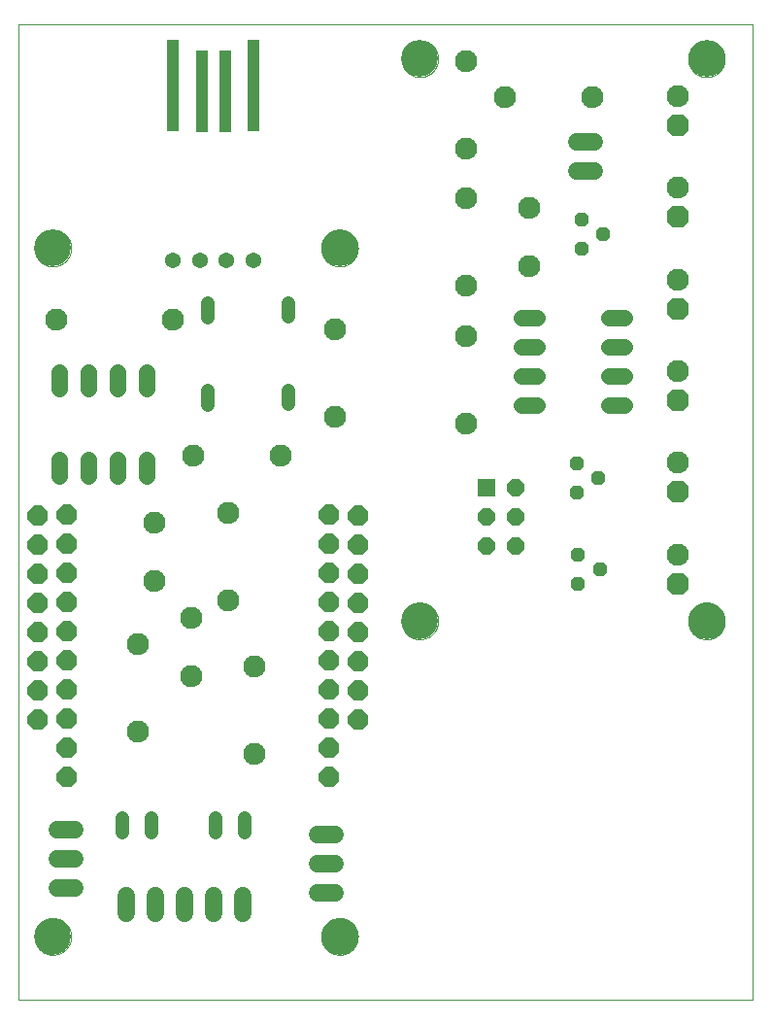
<source format=gts>
G75*
%MOIN*%
%OFA0B0*%
%FSLAX25Y25*%
%IPPOS*%
%LPD*%
%AMOC8*
5,1,8,0,0,1.08239X$1,22.5*
%
%ADD10C,0.00000*%
%ADD11C,0.12598*%
%ADD12C,0.07600*%
%ADD13C,0.04800*%
%ADD14OC8,0.07000*%
%ADD15R,0.06000X0.06000*%
%ADD16OC8,0.06000*%
%ADD17C,0.06000*%
%ADD18OC8,0.07600*%
%ADD19OC8,0.04800*%
%ADD20C,0.05600*%
%ADD21R,0.03937X0.31811*%
%ADD22R,0.03937X0.27953*%
%ADD23C,0.05400*%
D10*
X0001000Y0001000D02*
X0001000Y0335646D01*
X0252969Y0335646D01*
X0252969Y0001000D01*
X0001000Y0001000D01*
X0006512Y0022654D02*
X0006514Y0022812D01*
X0006520Y0022970D01*
X0006530Y0023128D01*
X0006544Y0023286D01*
X0006562Y0023443D01*
X0006583Y0023600D01*
X0006609Y0023756D01*
X0006639Y0023912D01*
X0006672Y0024067D01*
X0006710Y0024220D01*
X0006751Y0024373D01*
X0006796Y0024525D01*
X0006845Y0024676D01*
X0006898Y0024825D01*
X0006954Y0024973D01*
X0007014Y0025119D01*
X0007078Y0025264D01*
X0007146Y0025407D01*
X0007217Y0025549D01*
X0007291Y0025689D01*
X0007369Y0025826D01*
X0007451Y0025962D01*
X0007535Y0026096D01*
X0007624Y0026227D01*
X0007715Y0026356D01*
X0007810Y0026483D01*
X0007907Y0026608D01*
X0008008Y0026730D01*
X0008112Y0026849D01*
X0008219Y0026966D01*
X0008329Y0027080D01*
X0008442Y0027191D01*
X0008557Y0027300D01*
X0008675Y0027405D01*
X0008796Y0027507D01*
X0008919Y0027607D01*
X0009045Y0027703D01*
X0009173Y0027796D01*
X0009303Y0027886D01*
X0009436Y0027972D01*
X0009571Y0028056D01*
X0009707Y0028135D01*
X0009846Y0028212D01*
X0009987Y0028284D01*
X0010129Y0028354D01*
X0010273Y0028419D01*
X0010419Y0028481D01*
X0010566Y0028539D01*
X0010715Y0028594D01*
X0010865Y0028645D01*
X0011016Y0028692D01*
X0011168Y0028735D01*
X0011321Y0028774D01*
X0011476Y0028810D01*
X0011631Y0028841D01*
X0011787Y0028869D01*
X0011943Y0028893D01*
X0012100Y0028913D01*
X0012258Y0028929D01*
X0012415Y0028941D01*
X0012574Y0028949D01*
X0012732Y0028953D01*
X0012890Y0028953D01*
X0013048Y0028949D01*
X0013207Y0028941D01*
X0013364Y0028929D01*
X0013522Y0028913D01*
X0013679Y0028893D01*
X0013835Y0028869D01*
X0013991Y0028841D01*
X0014146Y0028810D01*
X0014301Y0028774D01*
X0014454Y0028735D01*
X0014606Y0028692D01*
X0014757Y0028645D01*
X0014907Y0028594D01*
X0015056Y0028539D01*
X0015203Y0028481D01*
X0015349Y0028419D01*
X0015493Y0028354D01*
X0015635Y0028284D01*
X0015776Y0028212D01*
X0015915Y0028135D01*
X0016051Y0028056D01*
X0016186Y0027972D01*
X0016319Y0027886D01*
X0016449Y0027796D01*
X0016577Y0027703D01*
X0016703Y0027607D01*
X0016826Y0027507D01*
X0016947Y0027405D01*
X0017065Y0027300D01*
X0017180Y0027191D01*
X0017293Y0027080D01*
X0017403Y0026966D01*
X0017510Y0026849D01*
X0017614Y0026730D01*
X0017715Y0026608D01*
X0017812Y0026483D01*
X0017907Y0026356D01*
X0017998Y0026227D01*
X0018087Y0026096D01*
X0018171Y0025962D01*
X0018253Y0025826D01*
X0018331Y0025689D01*
X0018405Y0025549D01*
X0018476Y0025407D01*
X0018544Y0025264D01*
X0018608Y0025119D01*
X0018668Y0024973D01*
X0018724Y0024825D01*
X0018777Y0024676D01*
X0018826Y0024525D01*
X0018871Y0024373D01*
X0018912Y0024220D01*
X0018950Y0024067D01*
X0018983Y0023912D01*
X0019013Y0023756D01*
X0019039Y0023600D01*
X0019060Y0023443D01*
X0019078Y0023286D01*
X0019092Y0023128D01*
X0019102Y0022970D01*
X0019108Y0022812D01*
X0019110Y0022654D01*
X0019108Y0022496D01*
X0019102Y0022338D01*
X0019092Y0022180D01*
X0019078Y0022022D01*
X0019060Y0021865D01*
X0019039Y0021708D01*
X0019013Y0021552D01*
X0018983Y0021396D01*
X0018950Y0021241D01*
X0018912Y0021088D01*
X0018871Y0020935D01*
X0018826Y0020783D01*
X0018777Y0020632D01*
X0018724Y0020483D01*
X0018668Y0020335D01*
X0018608Y0020189D01*
X0018544Y0020044D01*
X0018476Y0019901D01*
X0018405Y0019759D01*
X0018331Y0019619D01*
X0018253Y0019482D01*
X0018171Y0019346D01*
X0018087Y0019212D01*
X0017998Y0019081D01*
X0017907Y0018952D01*
X0017812Y0018825D01*
X0017715Y0018700D01*
X0017614Y0018578D01*
X0017510Y0018459D01*
X0017403Y0018342D01*
X0017293Y0018228D01*
X0017180Y0018117D01*
X0017065Y0018008D01*
X0016947Y0017903D01*
X0016826Y0017801D01*
X0016703Y0017701D01*
X0016577Y0017605D01*
X0016449Y0017512D01*
X0016319Y0017422D01*
X0016186Y0017336D01*
X0016051Y0017252D01*
X0015915Y0017173D01*
X0015776Y0017096D01*
X0015635Y0017024D01*
X0015493Y0016954D01*
X0015349Y0016889D01*
X0015203Y0016827D01*
X0015056Y0016769D01*
X0014907Y0016714D01*
X0014757Y0016663D01*
X0014606Y0016616D01*
X0014454Y0016573D01*
X0014301Y0016534D01*
X0014146Y0016498D01*
X0013991Y0016467D01*
X0013835Y0016439D01*
X0013679Y0016415D01*
X0013522Y0016395D01*
X0013364Y0016379D01*
X0013207Y0016367D01*
X0013048Y0016359D01*
X0012890Y0016355D01*
X0012732Y0016355D01*
X0012574Y0016359D01*
X0012415Y0016367D01*
X0012258Y0016379D01*
X0012100Y0016395D01*
X0011943Y0016415D01*
X0011787Y0016439D01*
X0011631Y0016467D01*
X0011476Y0016498D01*
X0011321Y0016534D01*
X0011168Y0016573D01*
X0011016Y0016616D01*
X0010865Y0016663D01*
X0010715Y0016714D01*
X0010566Y0016769D01*
X0010419Y0016827D01*
X0010273Y0016889D01*
X0010129Y0016954D01*
X0009987Y0017024D01*
X0009846Y0017096D01*
X0009707Y0017173D01*
X0009571Y0017252D01*
X0009436Y0017336D01*
X0009303Y0017422D01*
X0009173Y0017512D01*
X0009045Y0017605D01*
X0008919Y0017701D01*
X0008796Y0017801D01*
X0008675Y0017903D01*
X0008557Y0018008D01*
X0008442Y0018117D01*
X0008329Y0018228D01*
X0008219Y0018342D01*
X0008112Y0018459D01*
X0008008Y0018578D01*
X0007907Y0018700D01*
X0007810Y0018825D01*
X0007715Y0018952D01*
X0007624Y0019081D01*
X0007535Y0019212D01*
X0007451Y0019346D01*
X0007369Y0019482D01*
X0007291Y0019619D01*
X0007217Y0019759D01*
X0007146Y0019901D01*
X0007078Y0020044D01*
X0007014Y0020189D01*
X0006954Y0020335D01*
X0006898Y0020483D01*
X0006845Y0020632D01*
X0006796Y0020783D01*
X0006751Y0020935D01*
X0006710Y0021088D01*
X0006672Y0021241D01*
X0006639Y0021396D01*
X0006609Y0021552D01*
X0006583Y0021708D01*
X0006562Y0021865D01*
X0006544Y0022022D01*
X0006530Y0022180D01*
X0006520Y0022338D01*
X0006514Y0022496D01*
X0006512Y0022654D01*
X0104937Y0022654D02*
X0104939Y0022812D01*
X0104945Y0022970D01*
X0104955Y0023128D01*
X0104969Y0023286D01*
X0104987Y0023443D01*
X0105008Y0023600D01*
X0105034Y0023756D01*
X0105064Y0023912D01*
X0105097Y0024067D01*
X0105135Y0024220D01*
X0105176Y0024373D01*
X0105221Y0024525D01*
X0105270Y0024676D01*
X0105323Y0024825D01*
X0105379Y0024973D01*
X0105439Y0025119D01*
X0105503Y0025264D01*
X0105571Y0025407D01*
X0105642Y0025549D01*
X0105716Y0025689D01*
X0105794Y0025826D01*
X0105876Y0025962D01*
X0105960Y0026096D01*
X0106049Y0026227D01*
X0106140Y0026356D01*
X0106235Y0026483D01*
X0106332Y0026608D01*
X0106433Y0026730D01*
X0106537Y0026849D01*
X0106644Y0026966D01*
X0106754Y0027080D01*
X0106867Y0027191D01*
X0106982Y0027300D01*
X0107100Y0027405D01*
X0107221Y0027507D01*
X0107344Y0027607D01*
X0107470Y0027703D01*
X0107598Y0027796D01*
X0107728Y0027886D01*
X0107861Y0027972D01*
X0107996Y0028056D01*
X0108132Y0028135D01*
X0108271Y0028212D01*
X0108412Y0028284D01*
X0108554Y0028354D01*
X0108698Y0028419D01*
X0108844Y0028481D01*
X0108991Y0028539D01*
X0109140Y0028594D01*
X0109290Y0028645D01*
X0109441Y0028692D01*
X0109593Y0028735D01*
X0109746Y0028774D01*
X0109901Y0028810D01*
X0110056Y0028841D01*
X0110212Y0028869D01*
X0110368Y0028893D01*
X0110525Y0028913D01*
X0110683Y0028929D01*
X0110840Y0028941D01*
X0110999Y0028949D01*
X0111157Y0028953D01*
X0111315Y0028953D01*
X0111473Y0028949D01*
X0111632Y0028941D01*
X0111789Y0028929D01*
X0111947Y0028913D01*
X0112104Y0028893D01*
X0112260Y0028869D01*
X0112416Y0028841D01*
X0112571Y0028810D01*
X0112726Y0028774D01*
X0112879Y0028735D01*
X0113031Y0028692D01*
X0113182Y0028645D01*
X0113332Y0028594D01*
X0113481Y0028539D01*
X0113628Y0028481D01*
X0113774Y0028419D01*
X0113918Y0028354D01*
X0114060Y0028284D01*
X0114201Y0028212D01*
X0114340Y0028135D01*
X0114476Y0028056D01*
X0114611Y0027972D01*
X0114744Y0027886D01*
X0114874Y0027796D01*
X0115002Y0027703D01*
X0115128Y0027607D01*
X0115251Y0027507D01*
X0115372Y0027405D01*
X0115490Y0027300D01*
X0115605Y0027191D01*
X0115718Y0027080D01*
X0115828Y0026966D01*
X0115935Y0026849D01*
X0116039Y0026730D01*
X0116140Y0026608D01*
X0116237Y0026483D01*
X0116332Y0026356D01*
X0116423Y0026227D01*
X0116512Y0026096D01*
X0116596Y0025962D01*
X0116678Y0025826D01*
X0116756Y0025689D01*
X0116830Y0025549D01*
X0116901Y0025407D01*
X0116969Y0025264D01*
X0117033Y0025119D01*
X0117093Y0024973D01*
X0117149Y0024825D01*
X0117202Y0024676D01*
X0117251Y0024525D01*
X0117296Y0024373D01*
X0117337Y0024220D01*
X0117375Y0024067D01*
X0117408Y0023912D01*
X0117438Y0023756D01*
X0117464Y0023600D01*
X0117485Y0023443D01*
X0117503Y0023286D01*
X0117517Y0023128D01*
X0117527Y0022970D01*
X0117533Y0022812D01*
X0117535Y0022654D01*
X0117533Y0022496D01*
X0117527Y0022338D01*
X0117517Y0022180D01*
X0117503Y0022022D01*
X0117485Y0021865D01*
X0117464Y0021708D01*
X0117438Y0021552D01*
X0117408Y0021396D01*
X0117375Y0021241D01*
X0117337Y0021088D01*
X0117296Y0020935D01*
X0117251Y0020783D01*
X0117202Y0020632D01*
X0117149Y0020483D01*
X0117093Y0020335D01*
X0117033Y0020189D01*
X0116969Y0020044D01*
X0116901Y0019901D01*
X0116830Y0019759D01*
X0116756Y0019619D01*
X0116678Y0019482D01*
X0116596Y0019346D01*
X0116512Y0019212D01*
X0116423Y0019081D01*
X0116332Y0018952D01*
X0116237Y0018825D01*
X0116140Y0018700D01*
X0116039Y0018578D01*
X0115935Y0018459D01*
X0115828Y0018342D01*
X0115718Y0018228D01*
X0115605Y0018117D01*
X0115490Y0018008D01*
X0115372Y0017903D01*
X0115251Y0017801D01*
X0115128Y0017701D01*
X0115002Y0017605D01*
X0114874Y0017512D01*
X0114744Y0017422D01*
X0114611Y0017336D01*
X0114476Y0017252D01*
X0114340Y0017173D01*
X0114201Y0017096D01*
X0114060Y0017024D01*
X0113918Y0016954D01*
X0113774Y0016889D01*
X0113628Y0016827D01*
X0113481Y0016769D01*
X0113332Y0016714D01*
X0113182Y0016663D01*
X0113031Y0016616D01*
X0112879Y0016573D01*
X0112726Y0016534D01*
X0112571Y0016498D01*
X0112416Y0016467D01*
X0112260Y0016439D01*
X0112104Y0016415D01*
X0111947Y0016395D01*
X0111789Y0016379D01*
X0111632Y0016367D01*
X0111473Y0016359D01*
X0111315Y0016355D01*
X0111157Y0016355D01*
X0110999Y0016359D01*
X0110840Y0016367D01*
X0110683Y0016379D01*
X0110525Y0016395D01*
X0110368Y0016415D01*
X0110212Y0016439D01*
X0110056Y0016467D01*
X0109901Y0016498D01*
X0109746Y0016534D01*
X0109593Y0016573D01*
X0109441Y0016616D01*
X0109290Y0016663D01*
X0109140Y0016714D01*
X0108991Y0016769D01*
X0108844Y0016827D01*
X0108698Y0016889D01*
X0108554Y0016954D01*
X0108412Y0017024D01*
X0108271Y0017096D01*
X0108132Y0017173D01*
X0107996Y0017252D01*
X0107861Y0017336D01*
X0107728Y0017422D01*
X0107598Y0017512D01*
X0107470Y0017605D01*
X0107344Y0017701D01*
X0107221Y0017801D01*
X0107100Y0017903D01*
X0106982Y0018008D01*
X0106867Y0018117D01*
X0106754Y0018228D01*
X0106644Y0018342D01*
X0106537Y0018459D01*
X0106433Y0018578D01*
X0106332Y0018700D01*
X0106235Y0018825D01*
X0106140Y0018952D01*
X0106049Y0019081D01*
X0105960Y0019212D01*
X0105876Y0019346D01*
X0105794Y0019482D01*
X0105716Y0019619D01*
X0105642Y0019759D01*
X0105571Y0019901D01*
X0105503Y0020044D01*
X0105439Y0020189D01*
X0105379Y0020335D01*
X0105323Y0020483D01*
X0105270Y0020632D01*
X0105221Y0020783D01*
X0105176Y0020935D01*
X0105135Y0021088D01*
X0105097Y0021241D01*
X0105064Y0021396D01*
X0105034Y0021552D01*
X0105008Y0021708D01*
X0104987Y0021865D01*
X0104969Y0022022D01*
X0104955Y0022180D01*
X0104945Y0022338D01*
X0104939Y0022496D01*
X0104937Y0022654D01*
X0132496Y0130921D02*
X0132498Y0131079D01*
X0132504Y0131237D01*
X0132514Y0131395D01*
X0132528Y0131553D01*
X0132546Y0131710D01*
X0132567Y0131867D01*
X0132593Y0132023D01*
X0132623Y0132179D01*
X0132656Y0132334D01*
X0132694Y0132487D01*
X0132735Y0132640D01*
X0132780Y0132792D01*
X0132829Y0132943D01*
X0132882Y0133092D01*
X0132938Y0133240D01*
X0132998Y0133386D01*
X0133062Y0133531D01*
X0133130Y0133674D01*
X0133201Y0133816D01*
X0133275Y0133956D01*
X0133353Y0134093D01*
X0133435Y0134229D01*
X0133519Y0134363D01*
X0133608Y0134494D01*
X0133699Y0134623D01*
X0133794Y0134750D01*
X0133891Y0134875D01*
X0133992Y0134997D01*
X0134096Y0135116D01*
X0134203Y0135233D01*
X0134313Y0135347D01*
X0134426Y0135458D01*
X0134541Y0135567D01*
X0134659Y0135672D01*
X0134780Y0135774D01*
X0134903Y0135874D01*
X0135029Y0135970D01*
X0135157Y0136063D01*
X0135287Y0136153D01*
X0135420Y0136239D01*
X0135555Y0136323D01*
X0135691Y0136402D01*
X0135830Y0136479D01*
X0135971Y0136551D01*
X0136113Y0136621D01*
X0136257Y0136686D01*
X0136403Y0136748D01*
X0136550Y0136806D01*
X0136699Y0136861D01*
X0136849Y0136912D01*
X0137000Y0136959D01*
X0137152Y0137002D01*
X0137305Y0137041D01*
X0137460Y0137077D01*
X0137615Y0137108D01*
X0137771Y0137136D01*
X0137927Y0137160D01*
X0138084Y0137180D01*
X0138242Y0137196D01*
X0138399Y0137208D01*
X0138558Y0137216D01*
X0138716Y0137220D01*
X0138874Y0137220D01*
X0139032Y0137216D01*
X0139191Y0137208D01*
X0139348Y0137196D01*
X0139506Y0137180D01*
X0139663Y0137160D01*
X0139819Y0137136D01*
X0139975Y0137108D01*
X0140130Y0137077D01*
X0140285Y0137041D01*
X0140438Y0137002D01*
X0140590Y0136959D01*
X0140741Y0136912D01*
X0140891Y0136861D01*
X0141040Y0136806D01*
X0141187Y0136748D01*
X0141333Y0136686D01*
X0141477Y0136621D01*
X0141619Y0136551D01*
X0141760Y0136479D01*
X0141899Y0136402D01*
X0142035Y0136323D01*
X0142170Y0136239D01*
X0142303Y0136153D01*
X0142433Y0136063D01*
X0142561Y0135970D01*
X0142687Y0135874D01*
X0142810Y0135774D01*
X0142931Y0135672D01*
X0143049Y0135567D01*
X0143164Y0135458D01*
X0143277Y0135347D01*
X0143387Y0135233D01*
X0143494Y0135116D01*
X0143598Y0134997D01*
X0143699Y0134875D01*
X0143796Y0134750D01*
X0143891Y0134623D01*
X0143982Y0134494D01*
X0144071Y0134363D01*
X0144155Y0134229D01*
X0144237Y0134093D01*
X0144315Y0133956D01*
X0144389Y0133816D01*
X0144460Y0133674D01*
X0144528Y0133531D01*
X0144592Y0133386D01*
X0144652Y0133240D01*
X0144708Y0133092D01*
X0144761Y0132943D01*
X0144810Y0132792D01*
X0144855Y0132640D01*
X0144896Y0132487D01*
X0144934Y0132334D01*
X0144967Y0132179D01*
X0144997Y0132023D01*
X0145023Y0131867D01*
X0145044Y0131710D01*
X0145062Y0131553D01*
X0145076Y0131395D01*
X0145086Y0131237D01*
X0145092Y0131079D01*
X0145094Y0130921D01*
X0145092Y0130763D01*
X0145086Y0130605D01*
X0145076Y0130447D01*
X0145062Y0130289D01*
X0145044Y0130132D01*
X0145023Y0129975D01*
X0144997Y0129819D01*
X0144967Y0129663D01*
X0144934Y0129508D01*
X0144896Y0129355D01*
X0144855Y0129202D01*
X0144810Y0129050D01*
X0144761Y0128899D01*
X0144708Y0128750D01*
X0144652Y0128602D01*
X0144592Y0128456D01*
X0144528Y0128311D01*
X0144460Y0128168D01*
X0144389Y0128026D01*
X0144315Y0127886D01*
X0144237Y0127749D01*
X0144155Y0127613D01*
X0144071Y0127479D01*
X0143982Y0127348D01*
X0143891Y0127219D01*
X0143796Y0127092D01*
X0143699Y0126967D01*
X0143598Y0126845D01*
X0143494Y0126726D01*
X0143387Y0126609D01*
X0143277Y0126495D01*
X0143164Y0126384D01*
X0143049Y0126275D01*
X0142931Y0126170D01*
X0142810Y0126068D01*
X0142687Y0125968D01*
X0142561Y0125872D01*
X0142433Y0125779D01*
X0142303Y0125689D01*
X0142170Y0125603D01*
X0142035Y0125519D01*
X0141899Y0125440D01*
X0141760Y0125363D01*
X0141619Y0125291D01*
X0141477Y0125221D01*
X0141333Y0125156D01*
X0141187Y0125094D01*
X0141040Y0125036D01*
X0140891Y0124981D01*
X0140741Y0124930D01*
X0140590Y0124883D01*
X0140438Y0124840D01*
X0140285Y0124801D01*
X0140130Y0124765D01*
X0139975Y0124734D01*
X0139819Y0124706D01*
X0139663Y0124682D01*
X0139506Y0124662D01*
X0139348Y0124646D01*
X0139191Y0124634D01*
X0139032Y0124626D01*
X0138874Y0124622D01*
X0138716Y0124622D01*
X0138558Y0124626D01*
X0138399Y0124634D01*
X0138242Y0124646D01*
X0138084Y0124662D01*
X0137927Y0124682D01*
X0137771Y0124706D01*
X0137615Y0124734D01*
X0137460Y0124765D01*
X0137305Y0124801D01*
X0137152Y0124840D01*
X0137000Y0124883D01*
X0136849Y0124930D01*
X0136699Y0124981D01*
X0136550Y0125036D01*
X0136403Y0125094D01*
X0136257Y0125156D01*
X0136113Y0125221D01*
X0135971Y0125291D01*
X0135830Y0125363D01*
X0135691Y0125440D01*
X0135555Y0125519D01*
X0135420Y0125603D01*
X0135287Y0125689D01*
X0135157Y0125779D01*
X0135029Y0125872D01*
X0134903Y0125968D01*
X0134780Y0126068D01*
X0134659Y0126170D01*
X0134541Y0126275D01*
X0134426Y0126384D01*
X0134313Y0126495D01*
X0134203Y0126609D01*
X0134096Y0126726D01*
X0133992Y0126845D01*
X0133891Y0126967D01*
X0133794Y0127092D01*
X0133699Y0127219D01*
X0133608Y0127348D01*
X0133519Y0127479D01*
X0133435Y0127613D01*
X0133353Y0127749D01*
X0133275Y0127886D01*
X0133201Y0128026D01*
X0133130Y0128168D01*
X0133062Y0128311D01*
X0132998Y0128456D01*
X0132938Y0128602D01*
X0132882Y0128750D01*
X0132829Y0128899D01*
X0132780Y0129050D01*
X0132735Y0129202D01*
X0132694Y0129355D01*
X0132656Y0129508D01*
X0132623Y0129663D01*
X0132593Y0129819D01*
X0132567Y0129975D01*
X0132546Y0130132D01*
X0132528Y0130289D01*
X0132514Y0130447D01*
X0132504Y0130605D01*
X0132498Y0130763D01*
X0132496Y0130921D01*
X0104937Y0258874D02*
X0104939Y0259032D01*
X0104945Y0259190D01*
X0104955Y0259348D01*
X0104969Y0259506D01*
X0104987Y0259663D01*
X0105008Y0259820D01*
X0105034Y0259976D01*
X0105064Y0260132D01*
X0105097Y0260287D01*
X0105135Y0260440D01*
X0105176Y0260593D01*
X0105221Y0260745D01*
X0105270Y0260896D01*
X0105323Y0261045D01*
X0105379Y0261193D01*
X0105439Y0261339D01*
X0105503Y0261484D01*
X0105571Y0261627D01*
X0105642Y0261769D01*
X0105716Y0261909D01*
X0105794Y0262046D01*
X0105876Y0262182D01*
X0105960Y0262316D01*
X0106049Y0262447D01*
X0106140Y0262576D01*
X0106235Y0262703D01*
X0106332Y0262828D01*
X0106433Y0262950D01*
X0106537Y0263069D01*
X0106644Y0263186D01*
X0106754Y0263300D01*
X0106867Y0263411D01*
X0106982Y0263520D01*
X0107100Y0263625D01*
X0107221Y0263727D01*
X0107344Y0263827D01*
X0107470Y0263923D01*
X0107598Y0264016D01*
X0107728Y0264106D01*
X0107861Y0264192D01*
X0107996Y0264276D01*
X0108132Y0264355D01*
X0108271Y0264432D01*
X0108412Y0264504D01*
X0108554Y0264574D01*
X0108698Y0264639D01*
X0108844Y0264701D01*
X0108991Y0264759D01*
X0109140Y0264814D01*
X0109290Y0264865D01*
X0109441Y0264912D01*
X0109593Y0264955D01*
X0109746Y0264994D01*
X0109901Y0265030D01*
X0110056Y0265061D01*
X0110212Y0265089D01*
X0110368Y0265113D01*
X0110525Y0265133D01*
X0110683Y0265149D01*
X0110840Y0265161D01*
X0110999Y0265169D01*
X0111157Y0265173D01*
X0111315Y0265173D01*
X0111473Y0265169D01*
X0111632Y0265161D01*
X0111789Y0265149D01*
X0111947Y0265133D01*
X0112104Y0265113D01*
X0112260Y0265089D01*
X0112416Y0265061D01*
X0112571Y0265030D01*
X0112726Y0264994D01*
X0112879Y0264955D01*
X0113031Y0264912D01*
X0113182Y0264865D01*
X0113332Y0264814D01*
X0113481Y0264759D01*
X0113628Y0264701D01*
X0113774Y0264639D01*
X0113918Y0264574D01*
X0114060Y0264504D01*
X0114201Y0264432D01*
X0114340Y0264355D01*
X0114476Y0264276D01*
X0114611Y0264192D01*
X0114744Y0264106D01*
X0114874Y0264016D01*
X0115002Y0263923D01*
X0115128Y0263827D01*
X0115251Y0263727D01*
X0115372Y0263625D01*
X0115490Y0263520D01*
X0115605Y0263411D01*
X0115718Y0263300D01*
X0115828Y0263186D01*
X0115935Y0263069D01*
X0116039Y0262950D01*
X0116140Y0262828D01*
X0116237Y0262703D01*
X0116332Y0262576D01*
X0116423Y0262447D01*
X0116512Y0262316D01*
X0116596Y0262182D01*
X0116678Y0262046D01*
X0116756Y0261909D01*
X0116830Y0261769D01*
X0116901Y0261627D01*
X0116969Y0261484D01*
X0117033Y0261339D01*
X0117093Y0261193D01*
X0117149Y0261045D01*
X0117202Y0260896D01*
X0117251Y0260745D01*
X0117296Y0260593D01*
X0117337Y0260440D01*
X0117375Y0260287D01*
X0117408Y0260132D01*
X0117438Y0259976D01*
X0117464Y0259820D01*
X0117485Y0259663D01*
X0117503Y0259506D01*
X0117517Y0259348D01*
X0117527Y0259190D01*
X0117533Y0259032D01*
X0117535Y0258874D01*
X0117533Y0258716D01*
X0117527Y0258558D01*
X0117517Y0258400D01*
X0117503Y0258242D01*
X0117485Y0258085D01*
X0117464Y0257928D01*
X0117438Y0257772D01*
X0117408Y0257616D01*
X0117375Y0257461D01*
X0117337Y0257308D01*
X0117296Y0257155D01*
X0117251Y0257003D01*
X0117202Y0256852D01*
X0117149Y0256703D01*
X0117093Y0256555D01*
X0117033Y0256409D01*
X0116969Y0256264D01*
X0116901Y0256121D01*
X0116830Y0255979D01*
X0116756Y0255839D01*
X0116678Y0255702D01*
X0116596Y0255566D01*
X0116512Y0255432D01*
X0116423Y0255301D01*
X0116332Y0255172D01*
X0116237Y0255045D01*
X0116140Y0254920D01*
X0116039Y0254798D01*
X0115935Y0254679D01*
X0115828Y0254562D01*
X0115718Y0254448D01*
X0115605Y0254337D01*
X0115490Y0254228D01*
X0115372Y0254123D01*
X0115251Y0254021D01*
X0115128Y0253921D01*
X0115002Y0253825D01*
X0114874Y0253732D01*
X0114744Y0253642D01*
X0114611Y0253556D01*
X0114476Y0253472D01*
X0114340Y0253393D01*
X0114201Y0253316D01*
X0114060Y0253244D01*
X0113918Y0253174D01*
X0113774Y0253109D01*
X0113628Y0253047D01*
X0113481Y0252989D01*
X0113332Y0252934D01*
X0113182Y0252883D01*
X0113031Y0252836D01*
X0112879Y0252793D01*
X0112726Y0252754D01*
X0112571Y0252718D01*
X0112416Y0252687D01*
X0112260Y0252659D01*
X0112104Y0252635D01*
X0111947Y0252615D01*
X0111789Y0252599D01*
X0111632Y0252587D01*
X0111473Y0252579D01*
X0111315Y0252575D01*
X0111157Y0252575D01*
X0110999Y0252579D01*
X0110840Y0252587D01*
X0110683Y0252599D01*
X0110525Y0252615D01*
X0110368Y0252635D01*
X0110212Y0252659D01*
X0110056Y0252687D01*
X0109901Y0252718D01*
X0109746Y0252754D01*
X0109593Y0252793D01*
X0109441Y0252836D01*
X0109290Y0252883D01*
X0109140Y0252934D01*
X0108991Y0252989D01*
X0108844Y0253047D01*
X0108698Y0253109D01*
X0108554Y0253174D01*
X0108412Y0253244D01*
X0108271Y0253316D01*
X0108132Y0253393D01*
X0107996Y0253472D01*
X0107861Y0253556D01*
X0107728Y0253642D01*
X0107598Y0253732D01*
X0107470Y0253825D01*
X0107344Y0253921D01*
X0107221Y0254021D01*
X0107100Y0254123D01*
X0106982Y0254228D01*
X0106867Y0254337D01*
X0106754Y0254448D01*
X0106644Y0254562D01*
X0106537Y0254679D01*
X0106433Y0254798D01*
X0106332Y0254920D01*
X0106235Y0255045D01*
X0106140Y0255172D01*
X0106049Y0255301D01*
X0105960Y0255432D01*
X0105876Y0255566D01*
X0105794Y0255702D01*
X0105716Y0255839D01*
X0105642Y0255979D01*
X0105571Y0256121D01*
X0105503Y0256264D01*
X0105439Y0256409D01*
X0105379Y0256555D01*
X0105323Y0256703D01*
X0105270Y0256852D01*
X0105221Y0257003D01*
X0105176Y0257155D01*
X0105135Y0257308D01*
X0105097Y0257461D01*
X0105064Y0257616D01*
X0105034Y0257772D01*
X0105008Y0257928D01*
X0104987Y0258085D01*
X0104969Y0258242D01*
X0104955Y0258400D01*
X0104945Y0258558D01*
X0104939Y0258716D01*
X0104937Y0258874D01*
X0132496Y0323835D02*
X0132498Y0323993D01*
X0132504Y0324151D01*
X0132514Y0324309D01*
X0132528Y0324467D01*
X0132546Y0324624D01*
X0132567Y0324781D01*
X0132593Y0324937D01*
X0132623Y0325093D01*
X0132656Y0325248D01*
X0132694Y0325401D01*
X0132735Y0325554D01*
X0132780Y0325706D01*
X0132829Y0325857D01*
X0132882Y0326006D01*
X0132938Y0326154D01*
X0132998Y0326300D01*
X0133062Y0326445D01*
X0133130Y0326588D01*
X0133201Y0326730D01*
X0133275Y0326870D01*
X0133353Y0327007D01*
X0133435Y0327143D01*
X0133519Y0327277D01*
X0133608Y0327408D01*
X0133699Y0327537D01*
X0133794Y0327664D01*
X0133891Y0327789D01*
X0133992Y0327911D01*
X0134096Y0328030D01*
X0134203Y0328147D01*
X0134313Y0328261D01*
X0134426Y0328372D01*
X0134541Y0328481D01*
X0134659Y0328586D01*
X0134780Y0328688D01*
X0134903Y0328788D01*
X0135029Y0328884D01*
X0135157Y0328977D01*
X0135287Y0329067D01*
X0135420Y0329153D01*
X0135555Y0329237D01*
X0135691Y0329316D01*
X0135830Y0329393D01*
X0135971Y0329465D01*
X0136113Y0329535D01*
X0136257Y0329600D01*
X0136403Y0329662D01*
X0136550Y0329720D01*
X0136699Y0329775D01*
X0136849Y0329826D01*
X0137000Y0329873D01*
X0137152Y0329916D01*
X0137305Y0329955D01*
X0137460Y0329991D01*
X0137615Y0330022D01*
X0137771Y0330050D01*
X0137927Y0330074D01*
X0138084Y0330094D01*
X0138242Y0330110D01*
X0138399Y0330122D01*
X0138558Y0330130D01*
X0138716Y0330134D01*
X0138874Y0330134D01*
X0139032Y0330130D01*
X0139191Y0330122D01*
X0139348Y0330110D01*
X0139506Y0330094D01*
X0139663Y0330074D01*
X0139819Y0330050D01*
X0139975Y0330022D01*
X0140130Y0329991D01*
X0140285Y0329955D01*
X0140438Y0329916D01*
X0140590Y0329873D01*
X0140741Y0329826D01*
X0140891Y0329775D01*
X0141040Y0329720D01*
X0141187Y0329662D01*
X0141333Y0329600D01*
X0141477Y0329535D01*
X0141619Y0329465D01*
X0141760Y0329393D01*
X0141899Y0329316D01*
X0142035Y0329237D01*
X0142170Y0329153D01*
X0142303Y0329067D01*
X0142433Y0328977D01*
X0142561Y0328884D01*
X0142687Y0328788D01*
X0142810Y0328688D01*
X0142931Y0328586D01*
X0143049Y0328481D01*
X0143164Y0328372D01*
X0143277Y0328261D01*
X0143387Y0328147D01*
X0143494Y0328030D01*
X0143598Y0327911D01*
X0143699Y0327789D01*
X0143796Y0327664D01*
X0143891Y0327537D01*
X0143982Y0327408D01*
X0144071Y0327277D01*
X0144155Y0327143D01*
X0144237Y0327007D01*
X0144315Y0326870D01*
X0144389Y0326730D01*
X0144460Y0326588D01*
X0144528Y0326445D01*
X0144592Y0326300D01*
X0144652Y0326154D01*
X0144708Y0326006D01*
X0144761Y0325857D01*
X0144810Y0325706D01*
X0144855Y0325554D01*
X0144896Y0325401D01*
X0144934Y0325248D01*
X0144967Y0325093D01*
X0144997Y0324937D01*
X0145023Y0324781D01*
X0145044Y0324624D01*
X0145062Y0324467D01*
X0145076Y0324309D01*
X0145086Y0324151D01*
X0145092Y0323993D01*
X0145094Y0323835D01*
X0145092Y0323677D01*
X0145086Y0323519D01*
X0145076Y0323361D01*
X0145062Y0323203D01*
X0145044Y0323046D01*
X0145023Y0322889D01*
X0144997Y0322733D01*
X0144967Y0322577D01*
X0144934Y0322422D01*
X0144896Y0322269D01*
X0144855Y0322116D01*
X0144810Y0321964D01*
X0144761Y0321813D01*
X0144708Y0321664D01*
X0144652Y0321516D01*
X0144592Y0321370D01*
X0144528Y0321225D01*
X0144460Y0321082D01*
X0144389Y0320940D01*
X0144315Y0320800D01*
X0144237Y0320663D01*
X0144155Y0320527D01*
X0144071Y0320393D01*
X0143982Y0320262D01*
X0143891Y0320133D01*
X0143796Y0320006D01*
X0143699Y0319881D01*
X0143598Y0319759D01*
X0143494Y0319640D01*
X0143387Y0319523D01*
X0143277Y0319409D01*
X0143164Y0319298D01*
X0143049Y0319189D01*
X0142931Y0319084D01*
X0142810Y0318982D01*
X0142687Y0318882D01*
X0142561Y0318786D01*
X0142433Y0318693D01*
X0142303Y0318603D01*
X0142170Y0318517D01*
X0142035Y0318433D01*
X0141899Y0318354D01*
X0141760Y0318277D01*
X0141619Y0318205D01*
X0141477Y0318135D01*
X0141333Y0318070D01*
X0141187Y0318008D01*
X0141040Y0317950D01*
X0140891Y0317895D01*
X0140741Y0317844D01*
X0140590Y0317797D01*
X0140438Y0317754D01*
X0140285Y0317715D01*
X0140130Y0317679D01*
X0139975Y0317648D01*
X0139819Y0317620D01*
X0139663Y0317596D01*
X0139506Y0317576D01*
X0139348Y0317560D01*
X0139191Y0317548D01*
X0139032Y0317540D01*
X0138874Y0317536D01*
X0138716Y0317536D01*
X0138558Y0317540D01*
X0138399Y0317548D01*
X0138242Y0317560D01*
X0138084Y0317576D01*
X0137927Y0317596D01*
X0137771Y0317620D01*
X0137615Y0317648D01*
X0137460Y0317679D01*
X0137305Y0317715D01*
X0137152Y0317754D01*
X0137000Y0317797D01*
X0136849Y0317844D01*
X0136699Y0317895D01*
X0136550Y0317950D01*
X0136403Y0318008D01*
X0136257Y0318070D01*
X0136113Y0318135D01*
X0135971Y0318205D01*
X0135830Y0318277D01*
X0135691Y0318354D01*
X0135555Y0318433D01*
X0135420Y0318517D01*
X0135287Y0318603D01*
X0135157Y0318693D01*
X0135029Y0318786D01*
X0134903Y0318882D01*
X0134780Y0318982D01*
X0134659Y0319084D01*
X0134541Y0319189D01*
X0134426Y0319298D01*
X0134313Y0319409D01*
X0134203Y0319523D01*
X0134096Y0319640D01*
X0133992Y0319759D01*
X0133891Y0319881D01*
X0133794Y0320006D01*
X0133699Y0320133D01*
X0133608Y0320262D01*
X0133519Y0320393D01*
X0133435Y0320527D01*
X0133353Y0320663D01*
X0133275Y0320800D01*
X0133201Y0320940D01*
X0133130Y0321082D01*
X0133062Y0321225D01*
X0132998Y0321370D01*
X0132938Y0321516D01*
X0132882Y0321664D01*
X0132829Y0321813D01*
X0132780Y0321964D01*
X0132735Y0322116D01*
X0132694Y0322269D01*
X0132656Y0322422D01*
X0132623Y0322577D01*
X0132593Y0322733D01*
X0132567Y0322889D01*
X0132546Y0323046D01*
X0132528Y0323203D01*
X0132514Y0323361D01*
X0132504Y0323519D01*
X0132498Y0323677D01*
X0132496Y0323835D01*
X0230921Y0323835D02*
X0230923Y0323993D01*
X0230929Y0324151D01*
X0230939Y0324309D01*
X0230953Y0324467D01*
X0230971Y0324624D01*
X0230992Y0324781D01*
X0231018Y0324937D01*
X0231048Y0325093D01*
X0231081Y0325248D01*
X0231119Y0325401D01*
X0231160Y0325554D01*
X0231205Y0325706D01*
X0231254Y0325857D01*
X0231307Y0326006D01*
X0231363Y0326154D01*
X0231423Y0326300D01*
X0231487Y0326445D01*
X0231555Y0326588D01*
X0231626Y0326730D01*
X0231700Y0326870D01*
X0231778Y0327007D01*
X0231860Y0327143D01*
X0231944Y0327277D01*
X0232033Y0327408D01*
X0232124Y0327537D01*
X0232219Y0327664D01*
X0232316Y0327789D01*
X0232417Y0327911D01*
X0232521Y0328030D01*
X0232628Y0328147D01*
X0232738Y0328261D01*
X0232851Y0328372D01*
X0232966Y0328481D01*
X0233084Y0328586D01*
X0233205Y0328688D01*
X0233328Y0328788D01*
X0233454Y0328884D01*
X0233582Y0328977D01*
X0233712Y0329067D01*
X0233845Y0329153D01*
X0233980Y0329237D01*
X0234116Y0329316D01*
X0234255Y0329393D01*
X0234396Y0329465D01*
X0234538Y0329535D01*
X0234682Y0329600D01*
X0234828Y0329662D01*
X0234975Y0329720D01*
X0235124Y0329775D01*
X0235274Y0329826D01*
X0235425Y0329873D01*
X0235577Y0329916D01*
X0235730Y0329955D01*
X0235885Y0329991D01*
X0236040Y0330022D01*
X0236196Y0330050D01*
X0236352Y0330074D01*
X0236509Y0330094D01*
X0236667Y0330110D01*
X0236824Y0330122D01*
X0236983Y0330130D01*
X0237141Y0330134D01*
X0237299Y0330134D01*
X0237457Y0330130D01*
X0237616Y0330122D01*
X0237773Y0330110D01*
X0237931Y0330094D01*
X0238088Y0330074D01*
X0238244Y0330050D01*
X0238400Y0330022D01*
X0238555Y0329991D01*
X0238710Y0329955D01*
X0238863Y0329916D01*
X0239015Y0329873D01*
X0239166Y0329826D01*
X0239316Y0329775D01*
X0239465Y0329720D01*
X0239612Y0329662D01*
X0239758Y0329600D01*
X0239902Y0329535D01*
X0240044Y0329465D01*
X0240185Y0329393D01*
X0240324Y0329316D01*
X0240460Y0329237D01*
X0240595Y0329153D01*
X0240728Y0329067D01*
X0240858Y0328977D01*
X0240986Y0328884D01*
X0241112Y0328788D01*
X0241235Y0328688D01*
X0241356Y0328586D01*
X0241474Y0328481D01*
X0241589Y0328372D01*
X0241702Y0328261D01*
X0241812Y0328147D01*
X0241919Y0328030D01*
X0242023Y0327911D01*
X0242124Y0327789D01*
X0242221Y0327664D01*
X0242316Y0327537D01*
X0242407Y0327408D01*
X0242496Y0327277D01*
X0242580Y0327143D01*
X0242662Y0327007D01*
X0242740Y0326870D01*
X0242814Y0326730D01*
X0242885Y0326588D01*
X0242953Y0326445D01*
X0243017Y0326300D01*
X0243077Y0326154D01*
X0243133Y0326006D01*
X0243186Y0325857D01*
X0243235Y0325706D01*
X0243280Y0325554D01*
X0243321Y0325401D01*
X0243359Y0325248D01*
X0243392Y0325093D01*
X0243422Y0324937D01*
X0243448Y0324781D01*
X0243469Y0324624D01*
X0243487Y0324467D01*
X0243501Y0324309D01*
X0243511Y0324151D01*
X0243517Y0323993D01*
X0243519Y0323835D01*
X0243517Y0323677D01*
X0243511Y0323519D01*
X0243501Y0323361D01*
X0243487Y0323203D01*
X0243469Y0323046D01*
X0243448Y0322889D01*
X0243422Y0322733D01*
X0243392Y0322577D01*
X0243359Y0322422D01*
X0243321Y0322269D01*
X0243280Y0322116D01*
X0243235Y0321964D01*
X0243186Y0321813D01*
X0243133Y0321664D01*
X0243077Y0321516D01*
X0243017Y0321370D01*
X0242953Y0321225D01*
X0242885Y0321082D01*
X0242814Y0320940D01*
X0242740Y0320800D01*
X0242662Y0320663D01*
X0242580Y0320527D01*
X0242496Y0320393D01*
X0242407Y0320262D01*
X0242316Y0320133D01*
X0242221Y0320006D01*
X0242124Y0319881D01*
X0242023Y0319759D01*
X0241919Y0319640D01*
X0241812Y0319523D01*
X0241702Y0319409D01*
X0241589Y0319298D01*
X0241474Y0319189D01*
X0241356Y0319084D01*
X0241235Y0318982D01*
X0241112Y0318882D01*
X0240986Y0318786D01*
X0240858Y0318693D01*
X0240728Y0318603D01*
X0240595Y0318517D01*
X0240460Y0318433D01*
X0240324Y0318354D01*
X0240185Y0318277D01*
X0240044Y0318205D01*
X0239902Y0318135D01*
X0239758Y0318070D01*
X0239612Y0318008D01*
X0239465Y0317950D01*
X0239316Y0317895D01*
X0239166Y0317844D01*
X0239015Y0317797D01*
X0238863Y0317754D01*
X0238710Y0317715D01*
X0238555Y0317679D01*
X0238400Y0317648D01*
X0238244Y0317620D01*
X0238088Y0317596D01*
X0237931Y0317576D01*
X0237773Y0317560D01*
X0237616Y0317548D01*
X0237457Y0317540D01*
X0237299Y0317536D01*
X0237141Y0317536D01*
X0236983Y0317540D01*
X0236824Y0317548D01*
X0236667Y0317560D01*
X0236509Y0317576D01*
X0236352Y0317596D01*
X0236196Y0317620D01*
X0236040Y0317648D01*
X0235885Y0317679D01*
X0235730Y0317715D01*
X0235577Y0317754D01*
X0235425Y0317797D01*
X0235274Y0317844D01*
X0235124Y0317895D01*
X0234975Y0317950D01*
X0234828Y0318008D01*
X0234682Y0318070D01*
X0234538Y0318135D01*
X0234396Y0318205D01*
X0234255Y0318277D01*
X0234116Y0318354D01*
X0233980Y0318433D01*
X0233845Y0318517D01*
X0233712Y0318603D01*
X0233582Y0318693D01*
X0233454Y0318786D01*
X0233328Y0318882D01*
X0233205Y0318982D01*
X0233084Y0319084D01*
X0232966Y0319189D01*
X0232851Y0319298D01*
X0232738Y0319409D01*
X0232628Y0319523D01*
X0232521Y0319640D01*
X0232417Y0319759D01*
X0232316Y0319881D01*
X0232219Y0320006D01*
X0232124Y0320133D01*
X0232033Y0320262D01*
X0231944Y0320393D01*
X0231860Y0320527D01*
X0231778Y0320663D01*
X0231700Y0320800D01*
X0231626Y0320940D01*
X0231555Y0321082D01*
X0231487Y0321225D01*
X0231423Y0321370D01*
X0231363Y0321516D01*
X0231307Y0321664D01*
X0231254Y0321813D01*
X0231205Y0321964D01*
X0231160Y0322116D01*
X0231119Y0322269D01*
X0231081Y0322422D01*
X0231048Y0322577D01*
X0231018Y0322733D01*
X0230992Y0322889D01*
X0230971Y0323046D01*
X0230953Y0323203D01*
X0230939Y0323361D01*
X0230929Y0323519D01*
X0230923Y0323677D01*
X0230921Y0323835D01*
X0230921Y0130921D02*
X0230923Y0131079D01*
X0230929Y0131237D01*
X0230939Y0131395D01*
X0230953Y0131553D01*
X0230971Y0131710D01*
X0230992Y0131867D01*
X0231018Y0132023D01*
X0231048Y0132179D01*
X0231081Y0132334D01*
X0231119Y0132487D01*
X0231160Y0132640D01*
X0231205Y0132792D01*
X0231254Y0132943D01*
X0231307Y0133092D01*
X0231363Y0133240D01*
X0231423Y0133386D01*
X0231487Y0133531D01*
X0231555Y0133674D01*
X0231626Y0133816D01*
X0231700Y0133956D01*
X0231778Y0134093D01*
X0231860Y0134229D01*
X0231944Y0134363D01*
X0232033Y0134494D01*
X0232124Y0134623D01*
X0232219Y0134750D01*
X0232316Y0134875D01*
X0232417Y0134997D01*
X0232521Y0135116D01*
X0232628Y0135233D01*
X0232738Y0135347D01*
X0232851Y0135458D01*
X0232966Y0135567D01*
X0233084Y0135672D01*
X0233205Y0135774D01*
X0233328Y0135874D01*
X0233454Y0135970D01*
X0233582Y0136063D01*
X0233712Y0136153D01*
X0233845Y0136239D01*
X0233980Y0136323D01*
X0234116Y0136402D01*
X0234255Y0136479D01*
X0234396Y0136551D01*
X0234538Y0136621D01*
X0234682Y0136686D01*
X0234828Y0136748D01*
X0234975Y0136806D01*
X0235124Y0136861D01*
X0235274Y0136912D01*
X0235425Y0136959D01*
X0235577Y0137002D01*
X0235730Y0137041D01*
X0235885Y0137077D01*
X0236040Y0137108D01*
X0236196Y0137136D01*
X0236352Y0137160D01*
X0236509Y0137180D01*
X0236667Y0137196D01*
X0236824Y0137208D01*
X0236983Y0137216D01*
X0237141Y0137220D01*
X0237299Y0137220D01*
X0237457Y0137216D01*
X0237616Y0137208D01*
X0237773Y0137196D01*
X0237931Y0137180D01*
X0238088Y0137160D01*
X0238244Y0137136D01*
X0238400Y0137108D01*
X0238555Y0137077D01*
X0238710Y0137041D01*
X0238863Y0137002D01*
X0239015Y0136959D01*
X0239166Y0136912D01*
X0239316Y0136861D01*
X0239465Y0136806D01*
X0239612Y0136748D01*
X0239758Y0136686D01*
X0239902Y0136621D01*
X0240044Y0136551D01*
X0240185Y0136479D01*
X0240324Y0136402D01*
X0240460Y0136323D01*
X0240595Y0136239D01*
X0240728Y0136153D01*
X0240858Y0136063D01*
X0240986Y0135970D01*
X0241112Y0135874D01*
X0241235Y0135774D01*
X0241356Y0135672D01*
X0241474Y0135567D01*
X0241589Y0135458D01*
X0241702Y0135347D01*
X0241812Y0135233D01*
X0241919Y0135116D01*
X0242023Y0134997D01*
X0242124Y0134875D01*
X0242221Y0134750D01*
X0242316Y0134623D01*
X0242407Y0134494D01*
X0242496Y0134363D01*
X0242580Y0134229D01*
X0242662Y0134093D01*
X0242740Y0133956D01*
X0242814Y0133816D01*
X0242885Y0133674D01*
X0242953Y0133531D01*
X0243017Y0133386D01*
X0243077Y0133240D01*
X0243133Y0133092D01*
X0243186Y0132943D01*
X0243235Y0132792D01*
X0243280Y0132640D01*
X0243321Y0132487D01*
X0243359Y0132334D01*
X0243392Y0132179D01*
X0243422Y0132023D01*
X0243448Y0131867D01*
X0243469Y0131710D01*
X0243487Y0131553D01*
X0243501Y0131395D01*
X0243511Y0131237D01*
X0243517Y0131079D01*
X0243519Y0130921D01*
X0243517Y0130763D01*
X0243511Y0130605D01*
X0243501Y0130447D01*
X0243487Y0130289D01*
X0243469Y0130132D01*
X0243448Y0129975D01*
X0243422Y0129819D01*
X0243392Y0129663D01*
X0243359Y0129508D01*
X0243321Y0129355D01*
X0243280Y0129202D01*
X0243235Y0129050D01*
X0243186Y0128899D01*
X0243133Y0128750D01*
X0243077Y0128602D01*
X0243017Y0128456D01*
X0242953Y0128311D01*
X0242885Y0128168D01*
X0242814Y0128026D01*
X0242740Y0127886D01*
X0242662Y0127749D01*
X0242580Y0127613D01*
X0242496Y0127479D01*
X0242407Y0127348D01*
X0242316Y0127219D01*
X0242221Y0127092D01*
X0242124Y0126967D01*
X0242023Y0126845D01*
X0241919Y0126726D01*
X0241812Y0126609D01*
X0241702Y0126495D01*
X0241589Y0126384D01*
X0241474Y0126275D01*
X0241356Y0126170D01*
X0241235Y0126068D01*
X0241112Y0125968D01*
X0240986Y0125872D01*
X0240858Y0125779D01*
X0240728Y0125689D01*
X0240595Y0125603D01*
X0240460Y0125519D01*
X0240324Y0125440D01*
X0240185Y0125363D01*
X0240044Y0125291D01*
X0239902Y0125221D01*
X0239758Y0125156D01*
X0239612Y0125094D01*
X0239465Y0125036D01*
X0239316Y0124981D01*
X0239166Y0124930D01*
X0239015Y0124883D01*
X0238863Y0124840D01*
X0238710Y0124801D01*
X0238555Y0124765D01*
X0238400Y0124734D01*
X0238244Y0124706D01*
X0238088Y0124682D01*
X0237931Y0124662D01*
X0237773Y0124646D01*
X0237616Y0124634D01*
X0237457Y0124626D01*
X0237299Y0124622D01*
X0237141Y0124622D01*
X0236983Y0124626D01*
X0236824Y0124634D01*
X0236667Y0124646D01*
X0236509Y0124662D01*
X0236352Y0124682D01*
X0236196Y0124706D01*
X0236040Y0124734D01*
X0235885Y0124765D01*
X0235730Y0124801D01*
X0235577Y0124840D01*
X0235425Y0124883D01*
X0235274Y0124930D01*
X0235124Y0124981D01*
X0234975Y0125036D01*
X0234828Y0125094D01*
X0234682Y0125156D01*
X0234538Y0125221D01*
X0234396Y0125291D01*
X0234255Y0125363D01*
X0234116Y0125440D01*
X0233980Y0125519D01*
X0233845Y0125603D01*
X0233712Y0125689D01*
X0233582Y0125779D01*
X0233454Y0125872D01*
X0233328Y0125968D01*
X0233205Y0126068D01*
X0233084Y0126170D01*
X0232966Y0126275D01*
X0232851Y0126384D01*
X0232738Y0126495D01*
X0232628Y0126609D01*
X0232521Y0126726D01*
X0232417Y0126845D01*
X0232316Y0126967D01*
X0232219Y0127092D01*
X0232124Y0127219D01*
X0232033Y0127348D01*
X0231944Y0127479D01*
X0231860Y0127613D01*
X0231778Y0127749D01*
X0231700Y0127886D01*
X0231626Y0128026D01*
X0231555Y0128168D01*
X0231487Y0128311D01*
X0231423Y0128456D01*
X0231363Y0128602D01*
X0231307Y0128750D01*
X0231254Y0128899D01*
X0231205Y0129050D01*
X0231160Y0129202D01*
X0231119Y0129355D01*
X0231081Y0129508D01*
X0231048Y0129663D01*
X0231018Y0129819D01*
X0230992Y0129975D01*
X0230971Y0130132D01*
X0230953Y0130289D01*
X0230939Y0130447D01*
X0230929Y0130605D01*
X0230923Y0130763D01*
X0230921Y0130921D01*
X0006512Y0258874D02*
X0006514Y0259032D01*
X0006520Y0259190D01*
X0006530Y0259348D01*
X0006544Y0259506D01*
X0006562Y0259663D01*
X0006583Y0259820D01*
X0006609Y0259976D01*
X0006639Y0260132D01*
X0006672Y0260287D01*
X0006710Y0260440D01*
X0006751Y0260593D01*
X0006796Y0260745D01*
X0006845Y0260896D01*
X0006898Y0261045D01*
X0006954Y0261193D01*
X0007014Y0261339D01*
X0007078Y0261484D01*
X0007146Y0261627D01*
X0007217Y0261769D01*
X0007291Y0261909D01*
X0007369Y0262046D01*
X0007451Y0262182D01*
X0007535Y0262316D01*
X0007624Y0262447D01*
X0007715Y0262576D01*
X0007810Y0262703D01*
X0007907Y0262828D01*
X0008008Y0262950D01*
X0008112Y0263069D01*
X0008219Y0263186D01*
X0008329Y0263300D01*
X0008442Y0263411D01*
X0008557Y0263520D01*
X0008675Y0263625D01*
X0008796Y0263727D01*
X0008919Y0263827D01*
X0009045Y0263923D01*
X0009173Y0264016D01*
X0009303Y0264106D01*
X0009436Y0264192D01*
X0009571Y0264276D01*
X0009707Y0264355D01*
X0009846Y0264432D01*
X0009987Y0264504D01*
X0010129Y0264574D01*
X0010273Y0264639D01*
X0010419Y0264701D01*
X0010566Y0264759D01*
X0010715Y0264814D01*
X0010865Y0264865D01*
X0011016Y0264912D01*
X0011168Y0264955D01*
X0011321Y0264994D01*
X0011476Y0265030D01*
X0011631Y0265061D01*
X0011787Y0265089D01*
X0011943Y0265113D01*
X0012100Y0265133D01*
X0012258Y0265149D01*
X0012415Y0265161D01*
X0012574Y0265169D01*
X0012732Y0265173D01*
X0012890Y0265173D01*
X0013048Y0265169D01*
X0013207Y0265161D01*
X0013364Y0265149D01*
X0013522Y0265133D01*
X0013679Y0265113D01*
X0013835Y0265089D01*
X0013991Y0265061D01*
X0014146Y0265030D01*
X0014301Y0264994D01*
X0014454Y0264955D01*
X0014606Y0264912D01*
X0014757Y0264865D01*
X0014907Y0264814D01*
X0015056Y0264759D01*
X0015203Y0264701D01*
X0015349Y0264639D01*
X0015493Y0264574D01*
X0015635Y0264504D01*
X0015776Y0264432D01*
X0015915Y0264355D01*
X0016051Y0264276D01*
X0016186Y0264192D01*
X0016319Y0264106D01*
X0016449Y0264016D01*
X0016577Y0263923D01*
X0016703Y0263827D01*
X0016826Y0263727D01*
X0016947Y0263625D01*
X0017065Y0263520D01*
X0017180Y0263411D01*
X0017293Y0263300D01*
X0017403Y0263186D01*
X0017510Y0263069D01*
X0017614Y0262950D01*
X0017715Y0262828D01*
X0017812Y0262703D01*
X0017907Y0262576D01*
X0017998Y0262447D01*
X0018087Y0262316D01*
X0018171Y0262182D01*
X0018253Y0262046D01*
X0018331Y0261909D01*
X0018405Y0261769D01*
X0018476Y0261627D01*
X0018544Y0261484D01*
X0018608Y0261339D01*
X0018668Y0261193D01*
X0018724Y0261045D01*
X0018777Y0260896D01*
X0018826Y0260745D01*
X0018871Y0260593D01*
X0018912Y0260440D01*
X0018950Y0260287D01*
X0018983Y0260132D01*
X0019013Y0259976D01*
X0019039Y0259820D01*
X0019060Y0259663D01*
X0019078Y0259506D01*
X0019092Y0259348D01*
X0019102Y0259190D01*
X0019108Y0259032D01*
X0019110Y0258874D01*
X0019108Y0258716D01*
X0019102Y0258558D01*
X0019092Y0258400D01*
X0019078Y0258242D01*
X0019060Y0258085D01*
X0019039Y0257928D01*
X0019013Y0257772D01*
X0018983Y0257616D01*
X0018950Y0257461D01*
X0018912Y0257308D01*
X0018871Y0257155D01*
X0018826Y0257003D01*
X0018777Y0256852D01*
X0018724Y0256703D01*
X0018668Y0256555D01*
X0018608Y0256409D01*
X0018544Y0256264D01*
X0018476Y0256121D01*
X0018405Y0255979D01*
X0018331Y0255839D01*
X0018253Y0255702D01*
X0018171Y0255566D01*
X0018087Y0255432D01*
X0017998Y0255301D01*
X0017907Y0255172D01*
X0017812Y0255045D01*
X0017715Y0254920D01*
X0017614Y0254798D01*
X0017510Y0254679D01*
X0017403Y0254562D01*
X0017293Y0254448D01*
X0017180Y0254337D01*
X0017065Y0254228D01*
X0016947Y0254123D01*
X0016826Y0254021D01*
X0016703Y0253921D01*
X0016577Y0253825D01*
X0016449Y0253732D01*
X0016319Y0253642D01*
X0016186Y0253556D01*
X0016051Y0253472D01*
X0015915Y0253393D01*
X0015776Y0253316D01*
X0015635Y0253244D01*
X0015493Y0253174D01*
X0015349Y0253109D01*
X0015203Y0253047D01*
X0015056Y0252989D01*
X0014907Y0252934D01*
X0014757Y0252883D01*
X0014606Y0252836D01*
X0014454Y0252793D01*
X0014301Y0252754D01*
X0014146Y0252718D01*
X0013991Y0252687D01*
X0013835Y0252659D01*
X0013679Y0252635D01*
X0013522Y0252615D01*
X0013364Y0252599D01*
X0013207Y0252587D01*
X0013048Y0252579D01*
X0012890Y0252575D01*
X0012732Y0252575D01*
X0012574Y0252579D01*
X0012415Y0252587D01*
X0012258Y0252599D01*
X0012100Y0252615D01*
X0011943Y0252635D01*
X0011787Y0252659D01*
X0011631Y0252687D01*
X0011476Y0252718D01*
X0011321Y0252754D01*
X0011168Y0252793D01*
X0011016Y0252836D01*
X0010865Y0252883D01*
X0010715Y0252934D01*
X0010566Y0252989D01*
X0010419Y0253047D01*
X0010273Y0253109D01*
X0010129Y0253174D01*
X0009987Y0253244D01*
X0009846Y0253316D01*
X0009707Y0253393D01*
X0009571Y0253472D01*
X0009436Y0253556D01*
X0009303Y0253642D01*
X0009173Y0253732D01*
X0009045Y0253825D01*
X0008919Y0253921D01*
X0008796Y0254021D01*
X0008675Y0254123D01*
X0008557Y0254228D01*
X0008442Y0254337D01*
X0008329Y0254448D01*
X0008219Y0254562D01*
X0008112Y0254679D01*
X0008008Y0254798D01*
X0007907Y0254920D01*
X0007810Y0255045D01*
X0007715Y0255172D01*
X0007624Y0255301D01*
X0007535Y0255432D01*
X0007451Y0255566D01*
X0007369Y0255702D01*
X0007291Y0255839D01*
X0007217Y0255979D01*
X0007146Y0256121D01*
X0007078Y0256264D01*
X0007014Y0256409D01*
X0006954Y0256555D01*
X0006898Y0256703D01*
X0006845Y0256852D01*
X0006796Y0257003D01*
X0006751Y0257155D01*
X0006710Y0257308D01*
X0006672Y0257461D01*
X0006639Y0257616D01*
X0006609Y0257772D01*
X0006583Y0257928D01*
X0006562Y0258085D01*
X0006544Y0258242D01*
X0006530Y0258400D01*
X0006520Y0258558D01*
X0006514Y0258716D01*
X0006512Y0258874D01*
D11*
X0012811Y0258874D03*
X0111236Y0258874D03*
X0138795Y0323835D03*
X0237220Y0323835D03*
X0237220Y0130921D03*
X0138795Y0130921D03*
X0111236Y0022654D03*
X0012811Y0022654D03*
D12*
X0042142Y0093047D03*
X0060331Y0111984D03*
X0060331Y0131984D03*
X0073165Y0138126D03*
X0081906Y0115183D03*
X0081906Y0085183D03*
X0042142Y0123047D03*
X0047815Y0144618D03*
X0047815Y0164618D03*
X0061197Y0187732D03*
X0073165Y0168126D03*
X0091197Y0187732D03*
X0109726Y0200890D03*
X0109726Y0230890D03*
X0154543Y0228598D03*
X0154543Y0245843D03*
X0154543Y0275843D03*
X0154543Y0293087D03*
X0167886Y0310599D03*
X0154543Y0323087D03*
X0176512Y0272772D03*
X0176512Y0252772D03*
X0154543Y0198598D03*
X0227378Y0185134D03*
X0227378Y0153638D03*
X0227378Y0216630D03*
X0227378Y0248126D03*
X0227378Y0279622D03*
X0227378Y0311118D03*
X0197886Y0310599D03*
X0053967Y0234330D03*
X0013967Y0234330D03*
D13*
X0066039Y0235057D02*
X0066039Y0239857D01*
X0066039Y0209857D02*
X0066039Y0205057D01*
X0093835Y0205214D02*
X0093835Y0210014D01*
X0093835Y0235214D02*
X0093835Y0240014D01*
X0078756Y0063164D02*
X0078756Y0058364D01*
X0068756Y0058364D02*
X0068756Y0063164D01*
X0046630Y0063164D02*
X0046630Y0058364D01*
X0036630Y0058364D02*
X0036630Y0063164D01*
D14*
X0017732Y0077142D03*
X0017732Y0087142D03*
X0017732Y0097142D03*
X0017732Y0107142D03*
X0017732Y0117142D03*
X0017732Y0127142D03*
X0017732Y0137142D03*
X0017732Y0147142D03*
X0017732Y0157142D03*
X0017732Y0167142D03*
X0007732Y0167102D03*
X0007732Y0157102D03*
X0007732Y0147102D03*
X0007732Y0137102D03*
X0007732Y0127102D03*
X0007732Y0117102D03*
X0007732Y0107102D03*
X0007732Y0097102D03*
X0107732Y0097142D03*
X0107732Y0107142D03*
X0107732Y0117142D03*
X0107732Y0127142D03*
X0107732Y0137142D03*
X0107732Y0147142D03*
X0107732Y0157142D03*
X0107732Y0167142D03*
X0117732Y0167102D03*
X0117732Y0157102D03*
X0117732Y0147102D03*
X0117732Y0137102D03*
X0117732Y0127102D03*
X0117732Y0117102D03*
X0117732Y0107102D03*
X0117732Y0097102D03*
X0107732Y0087142D03*
X0107732Y0077142D03*
D15*
X0161669Y0176512D03*
D16*
X0161669Y0166512D03*
X0161669Y0156512D03*
X0171669Y0156512D03*
X0171669Y0166512D03*
X0171669Y0176512D03*
D17*
X0192685Y0285409D02*
X0198685Y0285409D01*
X0198685Y0295409D02*
X0192685Y0295409D01*
X0109630Y0057614D02*
X0103630Y0057614D01*
X0103630Y0047614D02*
X0109630Y0047614D01*
X0109630Y0037614D02*
X0103630Y0037614D01*
X0077929Y0036795D02*
X0077929Y0030795D01*
X0067929Y0030795D02*
X0067929Y0036795D01*
X0057929Y0036795D02*
X0057929Y0030795D01*
X0047929Y0030795D02*
X0047929Y0036795D01*
X0037929Y0036795D02*
X0037929Y0030795D01*
X0020417Y0039307D02*
X0014417Y0039307D01*
X0014417Y0049307D02*
X0020417Y0049307D01*
X0020417Y0059307D02*
X0014417Y0059307D01*
D18*
X0227378Y0143638D03*
X0227378Y0175134D03*
X0227378Y0206630D03*
X0227378Y0238126D03*
X0227378Y0269622D03*
X0227378Y0301118D03*
D19*
X0201769Y0263632D03*
X0194269Y0258632D03*
X0194269Y0268632D03*
X0192608Y0185020D03*
X0200108Y0180020D03*
X0192608Y0175020D03*
X0193074Y0153764D03*
X0200574Y0148764D03*
X0193074Y0143764D03*
D20*
X0203554Y0205055D02*
X0209154Y0205055D01*
X0209154Y0215055D02*
X0203554Y0215055D01*
X0203554Y0225055D02*
X0209154Y0225055D01*
X0209154Y0235055D02*
X0203554Y0235055D01*
X0179154Y0235055D02*
X0173554Y0235055D01*
X0173554Y0225055D02*
X0179154Y0225055D01*
X0179154Y0215055D02*
X0173554Y0215055D01*
X0173554Y0205055D02*
X0179154Y0205055D01*
X0044898Y0210641D02*
X0044898Y0216241D01*
X0034898Y0216241D02*
X0034898Y0210641D01*
X0024898Y0210641D02*
X0024898Y0216241D01*
X0014898Y0216241D02*
X0014898Y0210641D01*
X0014898Y0186241D02*
X0014898Y0180641D01*
X0024898Y0180641D02*
X0024898Y0186241D01*
X0034898Y0186241D02*
X0034898Y0180641D01*
X0044898Y0180641D02*
X0044898Y0186241D01*
D21*
X0054150Y0314622D03*
X0081709Y0314622D03*
D22*
X0071866Y0312614D03*
X0063992Y0312614D03*
D23*
X0063492Y0254780D03*
X0072366Y0254780D03*
X0081709Y0254780D03*
X0054150Y0254780D03*
M02*

</source>
